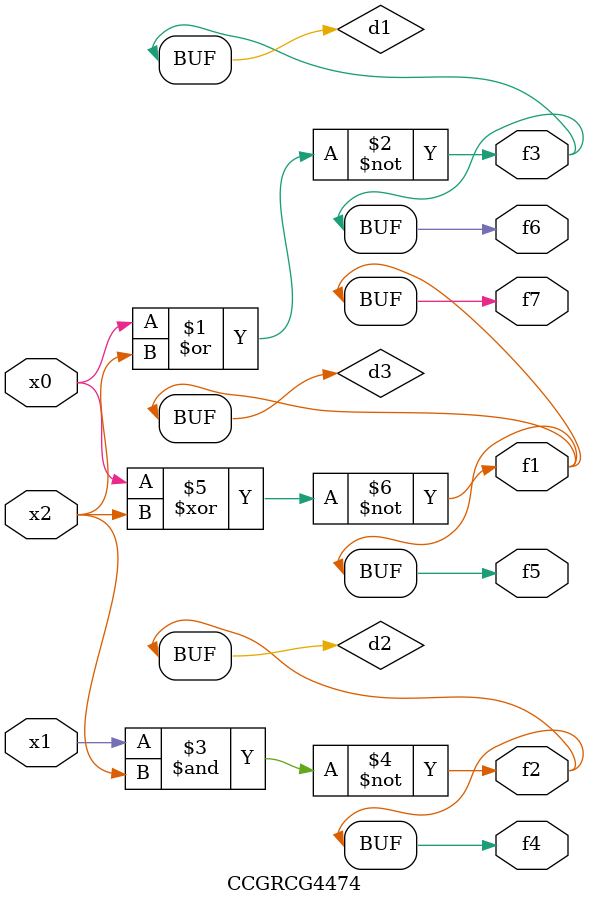
<source format=v>
module CCGRCG4474(
	input x0, x1, x2,
	output f1, f2, f3, f4, f5, f6, f7
);

	wire d1, d2, d3;

	nor (d1, x0, x2);
	nand (d2, x1, x2);
	xnor (d3, x0, x2);
	assign f1 = d3;
	assign f2 = d2;
	assign f3 = d1;
	assign f4 = d2;
	assign f5 = d3;
	assign f6 = d1;
	assign f7 = d3;
endmodule

</source>
